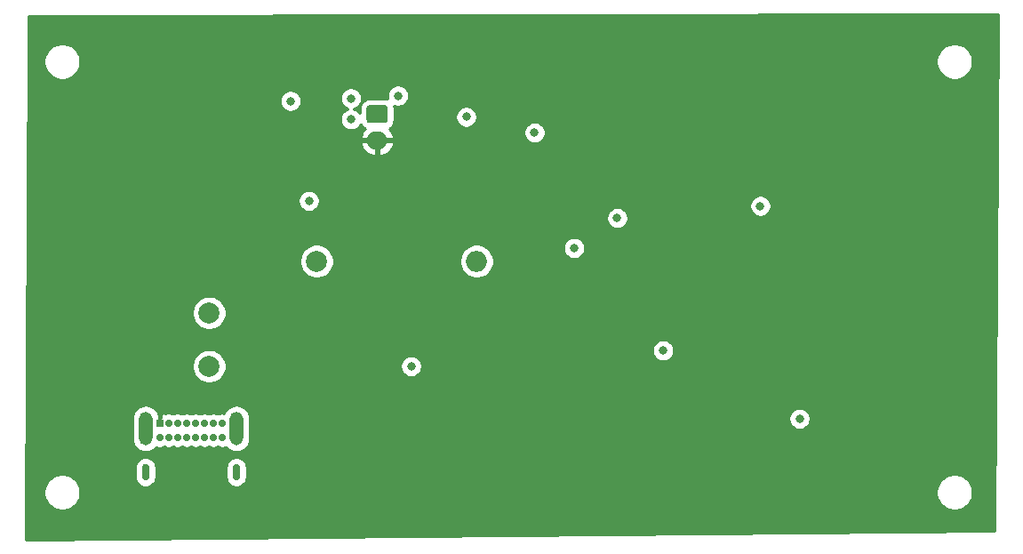
<source format=gbr>
%TF.GenerationSoftware,KiCad,Pcbnew,(5.1.10)-1*%
%TF.CreationDate,2022-10-02T14:19:25-06:00*%
%TF.ProjectId,PowerSupply,506f7765-7253-4757-9070-6c792e6b6963,rev?*%
%TF.SameCoordinates,Original*%
%TF.FileFunction,Copper,L2,Inr*%
%TF.FilePolarity,Positive*%
%FSLAX46Y46*%
G04 Gerber Fmt 4.6, Leading zero omitted, Abs format (unit mm)*
G04 Created by KiCad (PCBNEW (5.1.10)-1) date 2022-10-02 14:19:25*
%MOMM*%
%LPD*%
G01*
G04 APERTURE LIST*
%TA.AperFunction,ComponentPad*%
%ADD10O,2.000000X2.000000*%
%TD*%
%TA.AperFunction,ComponentPad*%
%ADD11C,2.000000*%
%TD*%
%TA.AperFunction,ComponentPad*%
%ADD12O,2.000000X1.700000*%
%TD*%
%TA.AperFunction,ComponentPad*%
%ADD13C,0.700000*%
%TD*%
%TA.AperFunction,ComponentPad*%
%ADD14R,0.700000X0.700000*%
%TD*%
%TA.AperFunction,ViaPad*%
%ADD15C,0.800000*%
%TD*%
%TA.AperFunction,Conductor*%
%ADD16C,0.254000*%
%TD*%
%TA.AperFunction,Conductor*%
%ADD17C,0.100000*%
%TD*%
G04 APERTURE END LIST*
D10*
%TO.N,Net-(D201-Pad2)*%
%TO.C,L201*%
X87560000Y-67100000D03*
D11*
%TO.N,VCC*%
X72320000Y-67100000D03*
%TD*%
D12*
%TO.N,GND*%
%TO.C,J302*%
X78070000Y-55600000D03*
%TO.N,+BATT*%
%TA.AperFunction,ComponentPad*%
G36*
G01*
X77320000Y-52250000D02*
X78820000Y-52250000D01*
G75*
G02*
X79070000Y-52500000I0J-250000D01*
G01*
X79070000Y-53700000D01*
G75*
G02*
X78820000Y-53950000I-250000J0D01*
G01*
X77320000Y-53950000D01*
G75*
G02*
X77070000Y-53700000I0J250000D01*
G01*
X77070000Y-52500000D01*
G75*
G02*
X77320000Y-52250000I250000J0D01*
G01*
G37*
%TD.AperFunction*%
%TD*%
%TO.N,N/C*%
%TO.C,e*%
%TA.AperFunction,ComponentPad*%
G36*
G01*
X64315000Y-87635001D02*
X64315000Y-86735001D01*
G75*
G02*
X64665000Y-86385001I350000J0D01*
G01*
X64665000Y-86385001D01*
G75*
G02*
X65015000Y-86735001I0J-350000D01*
G01*
X65015000Y-87635001D01*
G75*
G02*
X64665000Y-87985001I-350000J0D01*
G01*
X64665000Y-87985001D01*
G75*
G02*
X64315000Y-87635001I0J350000D01*
G01*
G37*
%TD.AperFunction*%
%TA.AperFunction,ComponentPad*%
G36*
G01*
X55675000Y-87635001D02*
X55675000Y-86735001D01*
G75*
G02*
X56025000Y-86385001I350000J0D01*
G01*
X56025000Y-86385001D01*
G75*
G02*
X56375000Y-86735001I0J-350000D01*
G01*
X56375000Y-87635001D01*
G75*
G02*
X56025000Y-87985001I-350000J0D01*
G01*
X56025000Y-87985001D01*
G75*
G02*
X55675000Y-87635001I0J350000D01*
G01*
G37*
%TD.AperFunction*%
D13*
X57370000Y-83885002D03*
X58220000Y-83885002D03*
X59070000Y-83885002D03*
X59920000Y-83885002D03*
X60770000Y-83885002D03*
X61620000Y-83885002D03*
X62470000Y-83885002D03*
X63320000Y-83885002D03*
%TO.N,GND*%
X63320000Y-82535001D03*
%TO.N,Net-(FB301-Pad1)*%
X62470000Y-82535001D03*
%TO.N,N/C*%
X61620000Y-82535001D03*
X60770000Y-82535001D03*
X59920000Y-82535001D03*
X59070000Y-82535001D03*
%TO.N,Net-(FB301-Pad1)*%
X58220000Y-82535001D03*
D14*
%TO.N,GND*%
X57370000Y-82535001D03*
%TO.N,N/C*%
%TA.AperFunction,ComponentPad*%
G36*
G01*
X64015000Y-83985001D02*
X64015000Y-82085001D01*
G75*
G02*
X64665000Y-81435001I650000J0D01*
G01*
X64665000Y-81435001D01*
G75*
G02*
X65315000Y-82085001I0J-650000D01*
G01*
X65315000Y-83985001D01*
G75*
G02*
X64665000Y-84635001I-650000J0D01*
G01*
X64665000Y-84635001D01*
G75*
G02*
X64015000Y-83985001I0J650000D01*
G01*
G37*
%TD.AperFunction*%
%TA.AperFunction,ComponentPad*%
G36*
G01*
X55375000Y-83985001D02*
X55375000Y-82085001D01*
G75*
G02*
X56025000Y-81435001I650000J0D01*
G01*
X56025000Y-81435001D01*
G75*
G02*
X56675000Y-82085001I0J-650000D01*
G01*
X56675000Y-83985001D01*
G75*
G02*
X56025000Y-84635001I-650000J0D01*
G01*
X56025000Y-84635001D01*
G75*
G02*
X55375000Y-83985001I0J650000D01*
G01*
G37*
%TD.AperFunction*%
%TD*%
D11*
%TO.N,Net-(FB301-Pad1)*%
%TO.C,FB301*%
X62070000Y-77100000D03*
%TO.N,VBUS*%
X62070000Y-72020000D03*
%TD*%
D15*
%TO.N,GND*%
X65570000Y-80600000D03*
X86820000Y-56850000D03*
X88320000Y-61100000D03*
X60320000Y-46350000D03*
X57320000Y-48100000D03*
X57820000Y-51100000D03*
X59820000Y-48850000D03*
X58820000Y-54350000D03*
X55570000Y-53600000D03*
X55820000Y-45600000D03*
X55570000Y-50100000D03*
X61070000Y-51350000D03*
X54820000Y-56600000D03*
X57070000Y-61350000D03*
X54320000Y-59850000D03*
X55070000Y-65350000D03*
X57570000Y-69600000D03*
X54320000Y-62850000D03*
X54320000Y-70100000D03*
X55320000Y-67850000D03*
X58570000Y-62600000D03*
X76195000Y-78225000D03*
X105570000Y-70100000D03*
X109570000Y-44850000D03*
X114570000Y-45850000D03*
X115070000Y-49100000D03*
X121570000Y-46850000D03*
X118570000Y-45350000D03*
X118570000Y-48850000D03*
X119820000Y-52350000D03*
X117070000Y-53600000D03*
X111570000Y-52100000D03*
X109570000Y-49850000D03*
X110820000Y-47100000D03*
X112820000Y-49850000D03*
X115070000Y-51850000D03*
X122070000Y-50100000D03*
X117570000Y-50850000D03*
X119320000Y-55600000D03*
X113820000Y-54350000D03*
X112320000Y-44350000D03*
X116820000Y-47100000D03*
X121320000Y-44600000D03*
X107320000Y-87850000D03*
X115570000Y-82350000D03*
X112820000Y-75850000D03*
X97570000Y-76600000D03*
X86320000Y-74600000D03*
X86570000Y-76350000D03*
X88820000Y-74850000D03*
X88320000Y-76850000D03*
X74570000Y-57600000D03*
X72820000Y-59100000D03*
X72820000Y-57350000D03*
X69070000Y-60012500D03*
X77320000Y-58850000D03*
X121570000Y-77350000D03*
X123570000Y-77600000D03*
X122570000Y-70850000D03*
X122570000Y-75100000D03*
X121820000Y-72850000D03*
X122820000Y-66100000D03*
X121820000Y-68600000D03*
X121320000Y-62850000D03*
X122820000Y-59350000D03*
X122820000Y-62350000D03*
X122320000Y-56850000D03*
X122070000Y-53850000D03*
X121570000Y-80100000D03*
X123570000Y-81100000D03*
X122820000Y-89850000D03*
X124070000Y-88100000D03*
X122820000Y-85350000D03*
X123570000Y-83350000D03*
X53320000Y-73350000D03*
X53320000Y-75100000D03*
X53320000Y-77600000D03*
%TO.N,Net-(C202-Pad1)*%
X86570000Y-53350000D03*
X93070000Y-54850000D03*
%TO.N,+BATT*%
X81320000Y-77100000D03*
X80070000Y-51350000D03*
X75570000Y-51600000D03*
X75570000Y-53600000D03*
X69820000Y-51850000D03*
%TO.N,Net-(R206-Pad1)*%
X96820000Y-65850000D03*
X105320000Y-75600000D03*
%TO.N,Net-(R209-Pad2)*%
X100935000Y-62985000D03*
X114570000Y-61850000D03*
%TO.N,CHG_STAT*%
X71570000Y-61350000D03*
X118320000Y-82100000D03*
%TD*%
D16*
%TO.N,GND*%
X136908724Y-92744161D02*
X44595232Y-93596814D01*
X44621792Y-88929117D01*
X46335000Y-88929117D01*
X46335000Y-89270883D01*
X46401675Y-89606081D01*
X46532463Y-89921831D01*
X46722337Y-90205998D01*
X46964002Y-90447663D01*
X47248169Y-90637537D01*
X47563919Y-90768325D01*
X47899117Y-90835000D01*
X48240883Y-90835000D01*
X48576081Y-90768325D01*
X48891831Y-90637537D01*
X49175998Y-90447663D01*
X49417663Y-90205998D01*
X49607537Y-89921831D01*
X49738325Y-89606081D01*
X49805000Y-89270883D01*
X49805000Y-88929117D01*
X131335000Y-88929117D01*
X131335000Y-89270883D01*
X131401675Y-89606081D01*
X131532463Y-89921831D01*
X131722337Y-90205998D01*
X131964002Y-90447663D01*
X132248169Y-90637537D01*
X132563919Y-90768325D01*
X132899117Y-90835000D01*
X133240883Y-90835000D01*
X133576081Y-90768325D01*
X133891831Y-90637537D01*
X134175998Y-90447663D01*
X134417663Y-90205998D01*
X134607537Y-89921831D01*
X134738325Y-89606081D01*
X134805000Y-89270883D01*
X134805000Y-88929117D01*
X134738325Y-88593919D01*
X134607537Y-88278169D01*
X134417663Y-87994002D01*
X134175998Y-87752337D01*
X133891831Y-87562463D01*
X133576081Y-87431675D01*
X133240883Y-87365000D01*
X132899117Y-87365000D01*
X132563919Y-87431675D01*
X132248169Y-87562463D01*
X131964002Y-87752337D01*
X131722337Y-87994002D01*
X131532463Y-88278169D01*
X131401675Y-88593919D01*
X131335000Y-88929117D01*
X49805000Y-88929117D01*
X49738325Y-88593919D01*
X49607537Y-88278169D01*
X49417663Y-87994002D01*
X49175998Y-87752337D01*
X48891831Y-87562463D01*
X48576081Y-87431675D01*
X48240883Y-87365000D01*
X47899117Y-87365000D01*
X47563919Y-87431675D01*
X47248169Y-87562463D01*
X46964002Y-87752337D01*
X46722337Y-87994002D01*
X46532463Y-88278169D01*
X46401675Y-88593919D01*
X46335000Y-88929117D01*
X44621792Y-88929117D01*
X44634277Y-86735001D01*
X55036927Y-86735001D01*
X55036927Y-87635001D01*
X55055913Y-87827764D01*
X55112140Y-88013120D01*
X55203447Y-88183944D01*
X55326327Y-88333673D01*
X55476056Y-88456553D01*
X55646880Y-88547860D01*
X55832236Y-88604087D01*
X56024999Y-88623073D01*
X56025001Y-88623073D01*
X56217764Y-88604087D01*
X56403120Y-88547860D01*
X56573944Y-88456553D01*
X56723673Y-88333673D01*
X56846553Y-88183944D01*
X56937860Y-88013120D01*
X56994087Y-87827764D01*
X57013073Y-87635001D01*
X57013073Y-86735001D01*
X63676927Y-86735001D01*
X63676927Y-87635001D01*
X63695913Y-87827764D01*
X63752140Y-88013120D01*
X63843447Y-88183944D01*
X63966327Y-88333673D01*
X64116056Y-88456553D01*
X64286880Y-88547860D01*
X64472236Y-88604087D01*
X64664999Y-88623073D01*
X64665001Y-88623073D01*
X64857764Y-88604087D01*
X65043120Y-88547860D01*
X65213944Y-88456553D01*
X65363673Y-88333673D01*
X65486553Y-88183944D01*
X65577860Y-88013120D01*
X65634087Y-87827764D01*
X65653073Y-87635001D01*
X65653073Y-86735001D01*
X65634087Y-86542238D01*
X65577860Y-86356882D01*
X65486553Y-86186058D01*
X65363673Y-86036329D01*
X65213944Y-85913449D01*
X65043120Y-85822142D01*
X64857764Y-85765915D01*
X64665001Y-85746929D01*
X64664999Y-85746929D01*
X64472236Y-85765915D01*
X64286880Y-85822142D01*
X64116056Y-85913449D01*
X63966327Y-86036329D01*
X63843447Y-86186058D01*
X63752140Y-86356882D01*
X63695913Y-86542238D01*
X63676927Y-86735001D01*
X57013073Y-86735001D01*
X56994087Y-86542238D01*
X56937860Y-86356882D01*
X56846553Y-86186058D01*
X56723673Y-86036329D01*
X56573944Y-85913449D01*
X56403120Y-85822142D01*
X56217764Y-85765915D01*
X56025001Y-85746929D01*
X56024999Y-85746929D01*
X55832236Y-85765915D01*
X55646880Y-85822142D01*
X55476056Y-85913449D01*
X55326327Y-86036329D01*
X55203447Y-86186058D01*
X55112140Y-86356882D01*
X55055913Y-86542238D01*
X55036927Y-86735001D01*
X44634277Y-86735001D01*
X44660737Y-82085001D01*
X54736927Y-82085001D01*
X54736927Y-83985001D01*
X54761677Y-84236291D01*
X54834976Y-84477925D01*
X54954006Y-84700615D01*
X55114195Y-84895805D01*
X55309385Y-85055994D01*
X55532075Y-85175024D01*
X55773709Y-85248323D01*
X56024999Y-85273073D01*
X56025001Y-85273073D01*
X56276291Y-85248323D01*
X56517925Y-85175024D01*
X56740615Y-85055994D01*
X56935805Y-84895805D01*
X57012056Y-84802893D01*
X57082686Y-84832149D01*
X57272986Y-84870002D01*
X57467014Y-84870002D01*
X57657314Y-84832149D01*
X57795000Y-84775118D01*
X57932686Y-84832149D01*
X58122986Y-84870002D01*
X58317014Y-84870002D01*
X58507314Y-84832149D01*
X58645000Y-84775118D01*
X58782686Y-84832149D01*
X58972986Y-84870002D01*
X59167014Y-84870002D01*
X59357314Y-84832149D01*
X59495000Y-84775118D01*
X59632686Y-84832149D01*
X59822986Y-84870002D01*
X60017014Y-84870002D01*
X60207314Y-84832149D01*
X60345000Y-84775118D01*
X60482686Y-84832149D01*
X60672986Y-84870002D01*
X60867014Y-84870002D01*
X61057314Y-84832149D01*
X61195000Y-84775118D01*
X61332686Y-84832149D01*
X61522986Y-84870002D01*
X61717014Y-84870002D01*
X61907314Y-84832149D01*
X62045000Y-84775118D01*
X62182686Y-84832149D01*
X62372986Y-84870002D01*
X62567014Y-84870002D01*
X62757314Y-84832149D01*
X62895000Y-84775118D01*
X63032686Y-84832149D01*
X63222986Y-84870002D01*
X63417014Y-84870002D01*
X63607314Y-84832149D01*
X63677944Y-84802893D01*
X63754195Y-84895805D01*
X63949385Y-85055994D01*
X64172075Y-85175024D01*
X64413709Y-85248323D01*
X64664999Y-85273073D01*
X64665001Y-85273073D01*
X64916291Y-85248323D01*
X65157925Y-85175024D01*
X65380615Y-85055994D01*
X65575805Y-84895805D01*
X65735994Y-84700615D01*
X65855024Y-84477925D01*
X65928323Y-84236291D01*
X65953073Y-83985001D01*
X65953073Y-82085001D01*
X65944511Y-81998061D01*
X117285000Y-81998061D01*
X117285000Y-82201939D01*
X117324774Y-82401898D01*
X117402795Y-82590256D01*
X117516063Y-82759774D01*
X117660226Y-82903937D01*
X117829744Y-83017205D01*
X118018102Y-83095226D01*
X118218061Y-83135000D01*
X118421939Y-83135000D01*
X118621898Y-83095226D01*
X118810256Y-83017205D01*
X118979774Y-82903937D01*
X119123937Y-82759774D01*
X119237205Y-82590256D01*
X119315226Y-82401898D01*
X119355000Y-82201939D01*
X119355000Y-81998061D01*
X119315226Y-81798102D01*
X119237205Y-81609744D01*
X119123937Y-81440226D01*
X118979774Y-81296063D01*
X118810256Y-81182795D01*
X118621898Y-81104774D01*
X118421939Y-81065000D01*
X118218061Y-81065000D01*
X118018102Y-81104774D01*
X117829744Y-81182795D01*
X117660226Y-81296063D01*
X117516063Y-81440226D01*
X117402795Y-81609744D01*
X117324774Y-81798102D01*
X117285000Y-81998061D01*
X65944511Y-81998061D01*
X65928323Y-81833711D01*
X65855024Y-81592077D01*
X65735994Y-81369387D01*
X65575805Y-81174197D01*
X65380615Y-81014008D01*
X65157925Y-80894978D01*
X64916291Y-80821679D01*
X64665001Y-80796929D01*
X64664999Y-80796929D01*
X64413709Y-80821679D01*
X64172075Y-80894978D01*
X63949385Y-81014008D01*
X63754195Y-81174197D01*
X63594006Y-81369387D01*
X63489852Y-81564247D01*
X63425656Y-81550891D01*
X63231636Y-81549188D01*
X63041011Y-81585369D01*
X62894349Y-81644616D01*
X62757314Y-81587854D01*
X62567014Y-81550001D01*
X62372986Y-81550001D01*
X62182686Y-81587854D01*
X62045000Y-81644885D01*
X61907314Y-81587854D01*
X61717014Y-81550001D01*
X61522986Y-81550001D01*
X61332686Y-81587854D01*
X61195000Y-81644885D01*
X61057314Y-81587854D01*
X60867014Y-81550001D01*
X60672986Y-81550001D01*
X60482686Y-81587854D01*
X60345000Y-81644885D01*
X60207314Y-81587854D01*
X60017014Y-81550001D01*
X59822986Y-81550001D01*
X59632686Y-81587854D01*
X59495000Y-81644885D01*
X59357314Y-81587854D01*
X59167014Y-81550001D01*
X58972986Y-81550001D01*
X58782686Y-81587854D01*
X58645000Y-81644885D01*
X58507314Y-81587854D01*
X58317014Y-81550001D01*
X58122986Y-81550001D01*
X57936486Y-81587098D01*
X57844482Y-81559189D01*
X57720000Y-81546929D01*
X57655750Y-81550001D01*
X57497000Y-81708751D01*
X57497000Y-81865001D01*
X57454901Y-81907100D01*
X57347104Y-82068429D01*
X57313073Y-82150587D01*
X57313073Y-82085001D01*
X57288323Y-81833711D01*
X57215024Y-81592077D01*
X57095994Y-81369387D01*
X56935805Y-81174197D01*
X56740615Y-81014008D01*
X56517925Y-80894978D01*
X56276291Y-80821679D01*
X56025001Y-80796929D01*
X56024999Y-80796929D01*
X55773709Y-80821679D01*
X55532075Y-80894978D01*
X55309385Y-81014008D01*
X55114195Y-81174197D01*
X54954006Y-81369387D01*
X54834976Y-81592077D01*
X54761677Y-81833711D01*
X54736927Y-82085001D01*
X44660737Y-82085001D01*
X44690019Y-76938967D01*
X60435000Y-76938967D01*
X60435000Y-77261033D01*
X60497832Y-77576912D01*
X60621082Y-77874463D01*
X60800013Y-78142252D01*
X61027748Y-78369987D01*
X61295537Y-78548918D01*
X61593088Y-78672168D01*
X61908967Y-78735000D01*
X62231033Y-78735000D01*
X62546912Y-78672168D01*
X62844463Y-78548918D01*
X63112252Y-78369987D01*
X63339987Y-78142252D01*
X63518918Y-77874463D01*
X63642168Y-77576912D01*
X63705000Y-77261033D01*
X63705000Y-76998061D01*
X80285000Y-76998061D01*
X80285000Y-77201939D01*
X80324774Y-77401898D01*
X80402795Y-77590256D01*
X80516063Y-77759774D01*
X80660226Y-77903937D01*
X80829744Y-78017205D01*
X81018102Y-78095226D01*
X81218061Y-78135000D01*
X81421939Y-78135000D01*
X81621898Y-78095226D01*
X81810256Y-78017205D01*
X81979774Y-77903937D01*
X82123937Y-77759774D01*
X82237205Y-77590256D01*
X82315226Y-77401898D01*
X82355000Y-77201939D01*
X82355000Y-76998061D01*
X82315226Y-76798102D01*
X82237205Y-76609744D01*
X82123937Y-76440226D01*
X81979774Y-76296063D01*
X81810256Y-76182795D01*
X81621898Y-76104774D01*
X81421939Y-76065000D01*
X81218061Y-76065000D01*
X81018102Y-76104774D01*
X80829744Y-76182795D01*
X80660226Y-76296063D01*
X80516063Y-76440226D01*
X80402795Y-76609744D01*
X80324774Y-76798102D01*
X80285000Y-76998061D01*
X63705000Y-76998061D01*
X63705000Y-76938967D01*
X63642168Y-76623088D01*
X63518918Y-76325537D01*
X63339987Y-76057748D01*
X63112252Y-75830013D01*
X62844463Y-75651082D01*
X62546912Y-75527832D01*
X62397243Y-75498061D01*
X104285000Y-75498061D01*
X104285000Y-75701939D01*
X104324774Y-75901898D01*
X104402795Y-76090256D01*
X104516063Y-76259774D01*
X104660226Y-76403937D01*
X104829744Y-76517205D01*
X105018102Y-76595226D01*
X105218061Y-76635000D01*
X105421939Y-76635000D01*
X105621898Y-76595226D01*
X105810256Y-76517205D01*
X105979774Y-76403937D01*
X106123937Y-76259774D01*
X106237205Y-76090256D01*
X106315226Y-75901898D01*
X106355000Y-75701939D01*
X106355000Y-75498061D01*
X106315226Y-75298102D01*
X106237205Y-75109744D01*
X106123937Y-74940226D01*
X105979774Y-74796063D01*
X105810256Y-74682795D01*
X105621898Y-74604774D01*
X105421939Y-74565000D01*
X105218061Y-74565000D01*
X105018102Y-74604774D01*
X104829744Y-74682795D01*
X104660226Y-74796063D01*
X104516063Y-74940226D01*
X104402795Y-75109744D01*
X104324774Y-75298102D01*
X104285000Y-75498061D01*
X62397243Y-75498061D01*
X62231033Y-75465000D01*
X61908967Y-75465000D01*
X61593088Y-75527832D01*
X61295537Y-75651082D01*
X61027748Y-75830013D01*
X60800013Y-76057748D01*
X60621082Y-76325537D01*
X60497832Y-76623088D01*
X60435000Y-76938967D01*
X44690019Y-76938967D01*
X44718926Y-71858967D01*
X60435000Y-71858967D01*
X60435000Y-72181033D01*
X60497832Y-72496912D01*
X60621082Y-72794463D01*
X60800013Y-73062252D01*
X61027748Y-73289987D01*
X61295537Y-73468918D01*
X61593088Y-73592168D01*
X61908967Y-73655000D01*
X62231033Y-73655000D01*
X62546912Y-73592168D01*
X62844463Y-73468918D01*
X63112252Y-73289987D01*
X63339987Y-73062252D01*
X63518918Y-72794463D01*
X63642168Y-72496912D01*
X63705000Y-72181033D01*
X63705000Y-71858967D01*
X63642168Y-71543088D01*
X63518918Y-71245537D01*
X63339987Y-70977748D01*
X63112252Y-70750013D01*
X62844463Y-70571082D01*
X62546912Y-70447832D01*
X62231033Y-70385000D01*
X61908967Y-70385000D01*
X61593088Y-70447832D01*
X61295537Y-70571082D01*
X61027748Y-70750013D01*
X60800013Y-70977748D01*
X60621082Y-71245537D01*
X60497832Y-71543088D01*
X60435000Y-71858967D01*
X44718926Y-71858967D01*
X44746922Y-66938967D01*
X70685000Y-66938967D01*
X70685000Y-67261033D01*
X70747832Y-67576912D01*
X70871082Y-67874463D01*
X71050013Y-68142252D01*
X71277748Y-68369987D01*
X71545537Y-68548918D01*
X71843088Y-68672168D01*
X72158967Y-68735000D01*
X72481033Y-68735000D01*
X72796912Y-68672168D01*
X73094463Y-68548918D01*
X73362252Y-68369987D01*
X73589987Y-68142252D01*
X73768918Y-67874463D01*
X73892168Y-67576912D01*
X73955000Y-67261033D01*
X73955000Y-66938967D01*
X85925000Y-66938967D01*
X85925000Y-67261033D01*
X85987832Y-67576912D01*
X86111082Y-67874463D01*
X86290013Y-68142252D01*
X86517748Y-68369987D01*
X86785537Y-68548918D01*
X87083088Y-68672168D01*
X87398967Y-68735000D01*
X87721033Y-68735000D01*
X88036912Y-68672168D01*
X88334463Y-68548918D01*
X88602252Y-68369987D01*
X88829987Y-68142252D01*
X89008918Y-67874463D01*
X89132168Y-67576912D01*
X89195000Y-67261033D01*
X89195000Y-66938967D01*
X89132168Y-66623088D01*
X89008918Y-66325537D01*
X88829987Y-66057748D01*
X88602252Y-65830013D01*
X88479603Y-65748061D01*
X95785000Y-65748061D01*
X95785000Y-65951939D01*
X95824774Y-66151898D01*
X95902795Y-66340256D01*
X96016063Y-66509774D01*
X96160226Y-66653937D01*
X96329744Y-66767205D01*
X96518102Y-66845226D01*
X96718061Y-66885000D01*
X96921939Y-66885000D01*
X97121898Y-66845226D01*
X97310256Y-66767205D01*
X97479774Y-66653937D01*
X97623937Y-66509774D01*
X97737205Y-66340256D01*
X97815226Y-66151898D01*
X97855000Y-65951939D01*
X97855000Y-65748061D01*
X97815226Y-65548102D01*
X97737205Y-65359744D01*
X97623937Y-65190226D01*
X97479774Y-65046063D01*
X97310256Y-64932795D01*
X97121898Y-64854774D01*
X96921939Y-64815000D01*
X96718061Y-64815000D01*
X96518102Y-64854774D01*
X96329744Y-64932795D01*
X96160226Y-65046063D01*
X96016063Y-65190226D01*
X95902795Y-65359744D01*
X95824774Y-65548102D01*
X95785000Y-65748061D01*
X88479603Y-65748061D01*
X88334463Y-65651082D01*
X88036912Y-65527832D01*
X87721033Y-65465000D01*
X87398967Y-65465000D01*
X87083088Y-65527832D01*
X86785537Y-65651082D01*
X86517748Y-65830013D01*
X86290013Y-66057748D01*
X86111082Y-66325537D01*
X85987832Y-66623088D01*
X85925000Y-66938967D01*
X73955000Y-66938967D01*
X73892168Y-66623088D01*
X73768918Y-66325537D01*
X73589987Y-66057748D01*
X73362252Y-65830013D01*
X73094463Y-65651082D01*
X72796912Y-65527832D01*
X72481033Y-65465000D01*
X72158967Y-65465000D01*
X71843088Y-65527832D01*
X71545537Y-65651082D01*
X71277748Y-65830013D01*
X71050013Y-66057748D01*
X70871082Y-66325537D01*
X70747832Y-66623088D01*
X70685000Y-66938967D01*
X44746922Y-66938967D01*
X44770001Y-62883061D01*
X99900000Y-62883061D01*
X99900000Y-63086939D01*
X99939774Y-63286898D01*
X100017795Y-63475256D01*
X100131063Y-63644774D01*
X100275226Y-63788937D01*
X100444744Y-63902205D01*
X100633102Y-63980226D01*
X100833061Y-64020000D01*
X101036939Y-64020000D01*
X101236898Y-63980226D01*
X101425256Y-63902205D01*
X101594774Y-63788937D01*
X101738937Y-63644774D01*
X101852205Y-63475256D01*
X101930226Y-63286898D01*
X101970000Y-63086939D01*
X101970000Y-62883061D01*
X101930226Y-62683102D01*
X101852205Y-62494744D01*
X101738937Y-62325226D01*
X101594774Y-62181063D01*
X101425256Y-62067795D01*
X101236898Y-61989774D01*
X101036939Y-61950000D01*
X100833061Y-61950000D01*
X100633102Y-61989774D01*
X100444744Y-62067795D01*
X100275226Y-62181063D01*
X100131063Y-62325226D01*
X100017795Y-62494744D01*
X99939774Y-62683102D01*
X99900000Y-62883061D01*
X44770001Y-62883061D01*
X44779305Y-61248061D01*
X70535000Y-61248061D01*
X70535000Y-61451939D01*
X70574774Y-61651898D01*
X70652795Y-61840256D01*
X70766063Y-62009774D01*
X70910226Y-62153937D01*
X71079744Y-62267205D01*
X71268102Y-62345226D01*
X71468061Y-62385000D01*
X71671939Y-62385000D01*
X71871898Y-62345226D01*
X72060256Y-62267205D01*
X72229774Y-62153937D01*
X72373937Y-62009774D01*
X72487205Y-61840256D01*
X72525393Y-61748061D01*
X113535000Y-61748061D01*
X113535000Y-61951939D01*
X113574774Y-62151898D01*
X113652795Y-62340256D01*
X113766063Y-62509774D01*
X113910226Y-62653937D01*
X114079744Y-62767205D01*
X114268102Y-62845226D01*
X114468061Y-62885000D01*
X114671939Y-62885000D01*
X114871898Y-62845226D01*
X115060256Y-62767205D01*
X115229774Y-62653937D01*
X115373937Y-62509774D01*
X115487205Y-62340256D01*
X115565226Y-62151898D01*
X115605000Y-61951939D01*
X115605000Y-61748061D01*
X115565226Y-61548102D01*
X115487205Y-61359744D01*
X115373937Y-61190226D01*
X115229774Y-61046063D01*
X115060256Y-60932795D01*
X114871898Y-60854774D01*
X114671939Y-60815000D01*
X114468061Y-60815000D01*
X114268102Y-60854774D01*
X114079744Y-60932795D01*
X113910226Y-61046063D01*
X113766063Y-61190226D01*
X113652795Y-61359744D01*
X113574774Y-61548102D01*
X113535000Y-61748061D01*
X72525393Y-61748061D01*
X72565226Y-61651898D01*
X72605000Y-61451939D01*
X72605000Y-61248061D01*
X72565226Y-61048102D01*
X72487205Y-60859744D01*
X72373937Y-60690226D01*
X72229774Y-60546063D01*
X72060256Y-60432795D01*
X71871898Y-60354774D01*
X71671939Y-60315000D01*
X71468061Y-60315000D01*
X71268102Y-60354774D01*
X71079744Y-60432795D01*
X70910226Y-60546063D01*
X70766063Y-60690226D01*
X70652795Y-60859744D01*
X70574774Y-61048102D01*
X70535000Y-61248061D01*
X44779305Y-61248061D01*
X44809413Y-55956890D01*
X76478524Y-55956890D01*
X76480446Y-55969261D01*
X76580146Y-56243009D01*
X76731336Y-56492046D01*
X76928205Y-56706802D01*
X77163188Y-56879025D01*
X77427255Y-57002096D01*
X77710258Y-57071285D01*
X77943000Y-56927232D01*
X77943000Y-55727000D01*
X78197000Y-55727000D01*
X78197000Y-56927232D01*
X78429742Y-57071285D01*
X78712745Y-57002096D01*
X78976812Y-56879025D01*
X79211795Y-56706802D01*
X79408664Y-56492046D01*
X79559854Y-56243009D01*
X79659554Y-55969261D01*
X79661476Y-55956890D01*
X79540155Y-55727000D01*
X78197000Y-55727000D01*
X77943000Y-55727000D01*
X76599845Y-55727000D01*
X76478524Y-55956890D01*
X44809413Y-55956890D01*
X44833364Y-51748061D01*
X68785000Y-51748061D01*
X68785000Y-51951939D01*
X68824774Y-52151898D01*
X68902795Y-52340256D01*
X69016063Y-52509774D01*
X69160226Y-52653937D01*
X69329744Y-52767205D01*
X69518102Y-52845226D01*
X69718061Y-52885000D01*
X69921939Y-52885000D01*
X70121898Y-52845226D01*
X70310256Y-52767205D01*
X70479774Y-52653937D01*
X70623937Y-52509774D01*
X70737205Y-52340256D01*
X70815226Y-52151898D01*
X70855000Y-51951939D01*
X70855000Y-51748061D01*
X70815226Y-51548102D01*
X70794499Y-51498061D01*
X74535000Y-51498061D01*
X74535000Y-51701939D01*
X74574774Y-51901898D01*
X74652795Y-52090256D01*
X74766063Y-52259774D01*
X74910226Y-52403937D01*
X75079744Y-52517205D01*
X75268102Y-52595226D01*
X75292103Y-52600000D01*
X75268102Y-52604774D01*
X75079744Y-52682795D01*
X74910226Y-52796063D01*
X74766063Y-52940226D01*
X74652795Y-53109744D01*
X74574774Y-53298102D01*
X74535000Y-53498061D01*
X74535000Y-53701939D01*
X74574774Y-53901898D01*
X74652795Y-54090256D01*
X74766063Y-54259774D01*
X74910226Y-54403937D01*
X75079744Y-54517205D01*
X75268102Y-54595226D01*
X75468061Y-54635000D01*
X75671939Y-54635000D01*
X75871898Y-54595226D01*
X76060256Y-54517205D01*
X76229774Y-54403937D01*
X76373937Y-54259774D01*
X76487205Y-54090256D01*
X76504348Y-54048868D01*
X76581595Y-54193386D01*
X76692038Y-54327962D01*
X76826614Y-54438405D01*
X76928593Y-54492914D01*
X76928205Y-54493198D01*
X76731336Y-54707954D01*
X76580146Y-54956991D01*
X76480446Y-55230739D01*
X76478524Y-55243110D01*
X76599845Y-55473000D01*
X77943000Y-55473000D01*
X77943000Y-55453000D01*
X78197000Y-55453000D01*
X78197000Y-55473000D01*
X79540155Y-55473000D01*
X79661476Y-55243110D01*
X79659554Y-55230739D01*
X79559854Y-54956991D01*
X79433013Y-54748061D01*
X92035000Y-54748061D01*
X92035000Y-54951939D01*
X92074774Y-55151898D01*
X92152795Y-55340256D01*
X92266063Y-55509774D01*
X92410226Y-55653937D01*
X92579744Y-55767205D01*
X92768102Y-55845226D01*
X92968061Y-55885000D01*
X93171939Y-55885000D01*
X93371898Y-55845226D01*
X93560256Y-55767205D01*
X93729774Y-55653937D01*
X93873937Y-55509774D01*
X93987205Y-55340256D01*
X94065226Y-55151898D01*
X94105000Y-54951939D01*
X94105000Y-54748061D01*
X94065226Y-54548102D01*
X93987205Y-54359744D01*
X93873937Y-54190226D01*
X93729774Y-54046063D01*
X93560256Y-53932795D01*
X93371898Y-53854774D01*
X93171939Y-53815000D01*
X92968061Y-53815000D01*
X92768102Y-53854774D01*
X92579744Y-53932795D01*
X92410226Y-54046063D01*
X92266063Y-54190226D01*
X92152795Y-54359744D01*
X92074774Y-54548102D01*
X92035000Y-54748061D01*
X79433013Y-54748061D01*
X79408664Y-54707954D01*
X79211795Y-54493198D01*
X79211407Y-54492914D01*
X79313386Y-54438405D01*
X79447962Y-54327962D01*
X79558405Y-54193386D01*
X79640472Y-54039850D01*
X79691008Y-53873254D01*
X79708072Y-53700000D01*
X79708072Y-53248061D01*
X85535000Y-53248061D01*
X85535000Y-53451939D01*
X85574774Y-53651898D01*
X85652795Y-53840256D01*
X85766063Y-54009774D01*
X85910226Y-54153937D01*
X86079744Y-54267205D01*
X86268102Y-54345226D01*
X86468061Y-54385000D01*
X86671939Y-54385000D01*
X86871898Y-54345226D01*
X87060256Y-54267205D01*
X87229774Y-54153937D01*
X87373937Y-54009774D01*
X87487205Y-53840256D01*
X87565226Y-53651898D01*
X87605000Y-53451939D01*
X87605000Y-53248061D01*
X87565226Y-53048102D01*
X87487205Y-52859744D01*
X87373937Y-52690226D01*
X87229774Y-52546063D01*
X87060256Y-52432795D01*
X86871898Y-52354774D01*
X86671939Y-52315000D01*
X86468061Y-52315000D01*
X86268102Y-52354774D01*
X86079744Y-52432795D01*
X85910226Y-52546063D01*
X85766063Y-52690226D01*
X85652795Y-52859744D01*
X85574774Y-53048102D01*
X85535000Y-53248061D01*
X79708072Y-53248061D01*
X79708072Y-52500000D01*
X79691008Y-52326746D01*
X79686340Y-52311359D01*
X79768102Y-52345226D01*
X79968061Y-52385000D01*
X80171939Y-52385000D01*
X80371898Y-52345226D01*
X80560256Y-52267205D01*
X80729774Y-52153937D01*
X80873937Y-52009774D01*
X80987205Y-51840256D01*
X81065226Y-51651898D01*
X81105000Y-51451939D01*
X81105000Y-51248061D01*
X81065226Y-51048102D01*
X80987205Y-50859744D01*
X80873937Y-50690226D01*
X80729774Y-50546063D01*
X80560256Y-50432795D01*
X80371898Y-50354774D01*
X80171939Y-50315000D01*
X79968061Y-50315000D01*
X79768102Y-50354774D01*
X79579744Y-50432795D01*
X79410226Y-50546063D01*
X79266063Y-50690226D01*
X79152795Y-50859744D01*
X79074774Y-51048102D01*
X79035000Y-51248061D01*
X79035000Y-51451939D01*
X79074774Y-51651898D01*
X79075637Y-51653983D01*
X78993254Y-51628992D01*
X78820000Y-51611928D01*
X77320000Y-51611928D01*
X77146746Y-51628992D01*
X76980150Y-51679528D01*
X76826614Y-51761595D01*
X76692038Y-51872038D01*
X76581595Y-52006614D01*
X76499528Y-52160150D01*
X76448992Y-52326746D01*
X76431928Y-52500000D01*
X76431928Y-53027016D01*
X76373937Y-52940226D01*
X76229774Y-52796063D01*
X76060256Y-52682795D01*
X75871898Y-52604774D01*
X75847897Y-52600000D01*
X75871898Y-52595226D01*
X76060256Y-52517205D01*
X76229774Y-52403937D01*
X76373937Y-52259774D01*
X76487205Y-52090256D01*
X76565226Y-51901898D01*
X76605000Y-51701939D01*
X76605000Y-51498061D01*
X76565226Y-51298102D01*
X76487205Y-51109744D01*
X76373937Y-50940226D01*
X76229774Y-50796063D01*
X76060256Y-50682795D01*
X75871898Y-50604774D01*
X75671939Y-50565000D01*
X75468061Y-50565000D01*
X75268102Y-50604774D01*
X75079744Y-50682795D01*
X74910226Y-50796063D01*
X74766063Y-50940226D01*
X74652795Y-51109744D01*
X74574774Y-51298102D01*
X74535000Y-51498061D01*
X70794499Y-51498061D01*
X70737205Y-51359744D01*
X70623937Y-51190226D01*
X70479774Y-51046063D01*
X70310256Y-50932795D01*
X70121898Y-50854774D01*
X69921939Y-50815000D01*
X69718061Y-50815000D01*
X69518102Y-50854774D01*
X69329744Y-50932795D01*
X69160226Y-51046063D01*
X69016063Y-51190226D01*
X68902795Y-51359744D01*
X68824774Y-51548102D01*
X68785000Y-51748061D01*
X44833364Y-51748061D01*
X44855096Y-47929117D01*
X46335000Y-47929117D01*
X46335000Y-48270883D01*
X46401675Y-48606081D01*
X46532463Y-48921831D01*
X46722337Y-49205998D01*
X46964002Y-49447663D01*
X47248169Y-49637537D01*
X47563919Y-49768325D01*
X47899117Y-49835000D01*
X48240883Y-49835000D01*
X48576081Y-49768325D01*
X48891831Y-49637537D01*
X49175998Y-49447663D01*
X49417663Y-49205998D01*
X49607537Y-48921831D01*
X49738325Y-48606081D01*
X49805000Y-48270883D01*
X49805000Y-47929117D01*
X131335000Y-47929117D01*
X131335000Y-48270883D01*
X131401675Y-48606081D01*
X131532463Y-48921831D01*
X131722337Y-49205998D01*
X131964002Y-49447663D01*
X132248169Y-49637537D01*
X132563919Y-49768325D01*
X132899117Y-49835000D01*
X133240883Y-49835000D01*
X133576081Y-49768325D01*
X133891831Y-49637537D01*
X134175998Y-49447663D01*
X134417663Y-49205998D01*
X134607537Y-48921831D01*
X134738325Y-48606081D01*
X134805000Y-48270883D01*
X134805000Y-47929117D01*
X134738325Y-47593919D01*
X134607537Y-47278169D01*
X134417663Y-46994002D01*
X134175998Y-46752337D01*
X133891831Y-46562463D01*
X133576081Y-46431675D01*
X133240883Y-46365000D01*
X132899117Y-46365000D01*
X132563919Y-46431675D01*
X132248169Y-46562463D01*
X131964002Y-46752337D01*
X131722337Y-46994002D01*
X131532463Y-47278169D01*
X131401675Y-47593919D01*
X131335000Y-47929117D01*
X49805000Y-47929117D01*
X49738325Y-47593919D01*
X49607537Y-47278169D01*
X49417663Y-46994002D01*
X49175998Y-46752337D01*
X48891831Y-46562463D01*
X48576081Y-46431675D01*
X48240883Y-46365000D01*
X47899117Y-46365000D01*
X47563919Y-46431675D01*
X47248169Y-46562463D01*
X46964002Y-46752337D01*
X46722337Y-46994002D01*
X46532463Y-47278169D01*
X46401675Y-47593919D01*
X46335000Y-47929117D01*
X44855096Y-47929117D01*
X44878781Y-43766809D01*
X137192264Y-43627193D01*
X136908724Y-92744161D01*
%TA.AperFunction,Conductor*%
D17*
G36*
X136908724Y-92744161D02*
G01*
X44595232Y-93596814D01*
X44621792Y-88929117D01*
X46335000Y-88929117D01*
X46335000Y-89270883D01*
X46401675Y-89606081D01*
X46532463Y-89921831D01*
X46722337Y-90205998D01*
X46964002Y-90447663D01*
X47248169Y-90637537D01*
X47563919Y-90768325D01*
X47899117Y-90835000D01*
X48240883Y-90835000D01*
X48576081Y-90768325D01*
X48891831Y-90637537D01*
X49175998Y-90447663D01*
X49417663Y-90205998D01*
X49607537Y-89921831D01*
X49738325Y-89606081D01*
X49805000Y-89270883D01*
X49805000Y-88929117D01*
X131335000Y-88929117D01*
X131335000Y-89270883D01*
X131401675Y-89606081D01*
X131532463Y-89921831D01*
X131722337Y-90205998D01*
X131964002Y-90447663D01*
X132248169Y-90637537D01*
X132563919Y-90768325D01*
X132899117Y-90835000D01*
X133240883Y-90835000D01*
X133576081Y-90768325D01*
X133891831Y-90637537D01*
X134175998Y-90447663D01*
X134417663Y-90205998D01*
X134607537Y-89921831D01*
X134738325Y-89606081D01*
X134805000Y-89270883D01*
X134805000Y-88929117D01*
X134738325Y-88593919D01*
X134607537Y-88278169D01*
X134417663Y-87994002D01*
X134175998Y-87752337D01*
X133891831Y-87562463D01*
X133576081Y-87431675D01*
X133240883Y-87365000D01*
X132899117Y-87365000D01*
X132563919Y-87431675D01*
X132248169Y-87562463D01*
X131964002Y-87752337D01*
X131722337Y-87994002D01*
X131532463Y-88278169D01*
X131401675Y-88593919D01*
X131335000Y-88929117D01*
X49805000Y-88929117D01*
X49738325Y-88593919D01*
X49607537Y-88278169D01*
X49417663Y-87994002D01*
X49175998Y-87752337D01*
X48891831Y-87562463D01*
X48576081Y-87431675D01*
X48240883Y-87365000D01*
X47899117Y-87365000D01*
X47563919Y-87431675D01*
X47248169Y-87562463D01*
X46964002Y-87752337D01*
X46722337Y-87994002D01*
X46532463Y-88278169D01*
X46401675Y-88593919D01*
X46335000Y-88929117D01*
X44621792Y-88929117D01*
X44634277Y-86735001D01*
X55036927Y-86735001D01*
X55036927Y-87635001D01*
X55055913Y-87827764D01*
X55112140Y-88013120D01*
X55203447Y-88183944D01*
X55326327Y-88333673D01*
X55476056Y-88456553D01*
X55646880Y-88547860D01*
X55832236Y-88604087D01*
X56024999Y-88623073D01*
X56025001Y-88623073D01*
X56217764Y-88604087D01*
X56403120Y-88547860D01*
X56573944Y-88456553D01*
X56723673Y-88333673D01*
X56846553Y-88183944D01*
X56937860Y-88013120D01*
X56994087Y-87827764D01*
X57013073Y-87635001D01*
X57013073Y-86735001D01*
X63676927Y-86735001D01*
X63676927Y-87635001D01*
X63695913Y-87827764D01*
X63752140Y-88013120D01*
X63843447Y-88183944D01*
X63966327Y-88333673D01*
X64116056Y-88456553D01*
X64286880Y-88547860D01*
X64472236Y-88604087D01*
X64664999Y-88623073D01*
X64665001Y-88623073D01*
X64857764Y-88604087D01*
X65043120Y-88547860D01*
X65213944Y-88456553D01*
X65363673Y-88333673D01*
X65486553Y-88183944D01*
X65577860Y-88013120D01*
X65634087Y-87827764D01*
X65653073Y-87635001D01*
X65653073Y-86735001D01*
X65634087Y-86542238D01*
X65577860Y-86356882D01*
X65486553Y-86186058D01*
X65363673Y-86036329D01*
X65213944Y-85913449D01*
X65043120Y-85822142D01*
X64857764Y-85765915D01*
X64665001Y-85746929D01*
X64664999Y-85746929D01*
X64472236Y-85765915D01*
X64286880Y-85822142D01*
X64116056Y-85913449D01*
X63966327Y-86036329D01*
X63843447Y-86186058D01*
X63752140Y-86356882D01*
X63695913Y-86542238D01*
X63676927Y-86735001D01*
X57013073Y-86735001D01*
X56994087Y-86542238D01*
X56937860Y-86356882D01*
X56846553Y-86186058D01*
X56723673Y-86036329D01*
X56573944Y-85913449D01*
X56403120Y-85822142D01*
X56217764Y-85765915D01*
X56025001Y-85746929D01*
X56024999Y-85746929D01*
X55832236Y-85765915D01*
X55646880Y-85822142D01*
X55476056Y-85913449D01*
X55326327Y-86036329D01*
X55203447Y-86186058D01*
X55112140Y-86356882D01*
X55055913Y-86542238D01*
X55036927Y-86735001D01*
X44634277Y-86735001D01*
X44660737Y-82085001D01*
X54736927Y-82085001D01*
X54736927Y-83985001D01*
X54761677Y-84236291D01*
X54834976Y-84477925D01*
X54954006Y-84700615D01*
X55114195Y-84895805D01*
X55309385Y-85055994D01*
X55532075Y-85175024D01*
X55773709Y-85248323D01*
X56024999Y-85273073D01*
X56025001Y-85273073D01*
X56276291Y-85248323D01*
X56517925Y-85175024D01*
X56740615Y-85055994D01*
X56935805Y-84895805D01*
X57012056Y-84802893D01*
X57082686Y-84832149D01*
X57272986Y-84870002D01*
X57467014Y-84870002D01*
X57657314Y-84832149D01*
X57795000Y-84775118D01*
X57932686Y-84832149D01*
X58122986Y-84870002D01*
X58317014Y-84870002D01*
X58507314Y-84832149D01*
X58645000Y-84775118D01*
X58782686Y-84832149D01*
X58972986Y-84870002D01*
X59167014Y-84870002D01*
X59357314Y-84832149D01*
X59495000Y-84775118D01*
X59632686Y-84832149D01*
X59822986Y-84870002D01*
X60017014Y-84870002D01*
X60207314Y-84832149D01*
X60345000Y-84775118D01*
X60482686Y-84832149D01*
X60672986Y-84870002D01*
X60867014Y-84870002D01*
X61057314Y-84832149D01*
X61195000Y-84775118D01*
X61332686Y-84832149D01*
X61522986Y-84870002D01*
X61717014Y-84870002D01*
X61907314Y-84832149D01*
X62045000Y-84775118D01*
X62182686Y-84832149D01*
X62372986Y-84870002D01*
X62567014Y-84870002D01*
X62757314Y-84832149D01*
X62895000Y-84775118D01*
X63032686Y-84832149D01*
X63222986Y-84870002D01*
X63417014Y-84870002D01*
X63607314Y-84832149D01*
X63677944Y-84802893D01*
X63754195Y-84895805D01*
X63949385Y-85055994D01*
X64172075Y-85175024D01*
X64413709Y-85248323D01*
X64664999Y-85273073D01*
X64665001Y-85273073D01*
X64916291Y-85248323D01*
X65157925Y-85175024D01*
X65380615Y-85055994D01*
X65575805Y-84895805D01*
X65735994Y-84700615D01*
X65855024Y-84477925D01*
X65928323Y-84236291D01*
X65953073Y-83985001D01*
X65953073Y-82085001D01*
X65944511Y-81998061D01*
X117285000Y-81998061D01*
X117285000Y-82201939D01*
X117324774Y-82401898D01*
X117402795Y-82590256D01*
X117516063Y-82759774D01*
X117660226Y-82903937D01*
X117829744Y-83017205D01*
X118018102Y-83095226D01*
X118218061Y-83135000D01*
X118421939Y-83135000D01*
X118621898Y-83095226D01*
X118810256Y-83017205D01*
X118979774Y-82903937D01*
X119123937Y-82759774D01*
X119237205Y-82590256D01*
X119315226Y-82401898D01*
X119355000Y-82201939D01*
X119355000Y-81998061D01*
X119315226Y-81798102D01*
X119237205Y-81609744D01*
X119123937Y-81440226D01*
X118979774Y-81296063D01*
X118810256Y-81182795D01*
X118621898Y-81104774D01*
X118421939Y-81065000D01*
X118218061Y-81065000D01*
X118018102Y-81104774D01*
X117829744Y-81182795D01*
X117660226Y-81296063D01*
X117516063Y-81440226D01*
X117402795Y-81609744D01*
X117324774Y-81798102D01*
X117285000Y-81998061D01*
X65944511Y-81998061D01*
X65928323Y-81833711D01*
X65855024Y-81592077D01*
X65735994Y-81369387D01*
X65575805Y-81174197D01*
X65380615Y-81014008D01*
X65157925Y-80894978D01*
X64916291Y-80821679D01*
X64665001Y-80796929D01*
X64664999Y-80796929D01*
X64413709Y-80821679D01*
X64172075Y-80894978D01*
X63949385Y-81014008D01*
X63754195Y-81174197D01*
X63594006Y-81369387D01*
X63489852Y-81564247D01*
X63425656Y-81550891D01*
X63231636Y-81549188D01*
X63041011Y-81585369D01*
X62894349Y-81644616D01*
X62757314Y-81587854D01*
X62567014Y-81550001D01*
X62372986Y-81550001D01*
X62182686Y-81587854D01*
X62045000Y-81644885D01*
X61907314Y-81587854D01*
X61717014Y-81550001D01*
X61522986Y-81550001D01*
X61332686Y-81587854D01*
X61195000Y-81644885D01*
X61057314Y-81587854D01*
X60867014Y-81550001D01*
X60672986Y-81550001D01*
X60482686Y-81587854D01*
X60345000Y-81644885D01*
X60207314Y-81587854D01*
X60017014Y-81550001D01*
X59822986Y-81550001D01*
X59632686Y-81587854D01*
X59495000Y-81644885D01*
X59357314Y-81587854D01*
X59167014Y-81550001D01*
X58972986Y-81550001D01*
X58782686Y-81587854D01*
X58645000Y-81644885D01*
X58507314Y-81587854D01*
X58317014Y-81550001D01*
X58122986Y-81550001D01*
X57936486Y-81587098D01*
X57844482Y-81559189D01*
X57720000Y-81546929D01*
X57655750Y-81550001D01*
X57497000Y-81708751D01*
X57497000Y-81865001D01*
X57454901Y-81907100D01*
X57347104Y-82068429D01*
X57313073Y-82150587D01*
X57313073Y-82085001D01*
X57288323Y-81833711D01*
X57215024Y-81592077D01*
X57095994Y-81369387D01*
X56935805Y-81174197D01*
X56740615Y-81014008D01*
X56517925Y-80894978D01*
X56276291Y-80821679D01*
X56025001Y-80796929D01*
X56024999Y-80796929D01*
X55773709Y-80821679D01*
X55532075Y-80894978D01*
X55309385Y-81014008D01*
X55114195Y-81174197D01*
X54954006Y-81369387D01*
X54834976Y-81592077D01*
X54761677Y-81833711D01*
X54736927Y-82085001D01*
X44660737Y-82085001D01*
X44690019Y-76938967D01*
X60435000Y-76938967D01*
X60435000Y-77261033D01*
X60497832Y-77576912D01*
X60621082Y-77874463D01*
X60800013Y-78142252D01*
X61027748Y-78369987D01*
X61295537Y-78548918D01*
X61593088Y-78672168D01*
X61908967Y-78735000D01*
X62231033Y-78735000D01*
X62546912Y-78672168D01*
X62844463Y-78548918D01*
X63112252Y-78369987D01*
X63339987Y-78142252D01*
X63518918Y-77874463D01*
X63642168Y-77576912D01*
X63705000Y-77261033D01*
X63705000Y-76998061D01*
X80285000Y-76998061D01*
X80285000Y-77201939D01*
X80324774Y-77401898D01*
X80402795Y-77590256D01*
X80516063Y-77759774D01*
X80660226Y-77903937D01*
X80829744Y-78017205D01*
X81018102Y-78095226D01*
X81218061Y-78135000D01*
X81421939Y-78135000D01*
X81621898Y-78095226D01*
X81810256Y-78017205D01*
X81979774Y-77903937D01*
X82123937Y-77759774D01*
X82237205Y-77590256D01*
X82315226Y-77401898D01*
X82355000Y-77201939D01*
X82355000Y-76998061D01*
X82315226Y-76798102D01*
X82237205Y-76609744D01*
X82123937Y-76440226D01*
X81979774Y-76296063D01*
X81810256Y-76182795D01*
X81621898Y-76104774D01*
X81421939Y-76065000D01*
X81218061Y-76065000D01*
X81018102Y-76104774D01*
X80829744Y-76182795D01*
X80660226Y-76296063D01*
X80516063Y-76440226D01*
X80402795Y-76609744D01*
X80324774Y-76798102D01*
X80285000Y-76998061D01*
X63705000Y-76998061D01*
X63705000Y-76938967D01*
X63642168Y-76623088D01*
X63518918Y-76325537D01*
X63339987Y-76057748D01*
X63112252Y-75830013D01*
X62844463Y-75651082D01*
X62546912Y-75527832D01*
X62397243Y-75498061D01*
X104285000Y-75498061D01*
X104285000Y-75701939D01*
X104324774Y-75901898D01*
X104402795Y-76090256D01*
X104516063Y-76259774D01*
X104660226Y-76403937D01*
X104829744Y-76517205D01*
X105018102Y-76595226D01*
X105218061Y-76635000D01*
X105421939Y-76635000D01*
X105621898Y-76595226D01*
X105810256Y-76517205D01*
X105979774Y-76403937D01*
X106123937Y-76259774D01*
X106237205Y-76090256D01*
X106315226Y-75901898D01*
X106355000Y-75701939D01*
X106355000Y-75498061D01*
X106315226Y-75298102D01*
X106237205Y-75109744D01*
X106123937Y-74940226D01*
X105979774Y-74796063D01*
X105810256Y-74682795D01*
X105621898Y-74604774D01*
X105421939Y-74565000D01*
X105218061Y-74565000D01*
X105018102Y-74604774D01*
X104829744Y-74682795D01*
X104660226Y-74796063D01*
X104516063Y-74940226D01*
X104402795Y-75109744D01*
X104324774Y-75298102D01*
X104285000Y-75498061D01*
X62397243Y-75498061D01*
X62231033Y-75465000D01*
X61908967Y-75465000D01*
X61593088Y-75527832D01*
X61295537Y-75651082D01*
X61027748Y-75830013D01*
X60800013Y-76057748D01*
X60621082Y-76325537D01*
X60497832Y-76623088D01*
X60435000Y-76938967D01*
X44690019Y-76938967D01*
X44718926Y-71858967D01*
X60435000Y-71858967D01*
X60435000Y-72181033D01*
X60497832Y-72496912D01*
X60621082Y-72794463D01*
X60800013Y-73062252D01*
X61027748Y-73289987D01*
X61295537Y-73468918D01*
X61593088Y-73592168D01*
X61908967Y-73655000D01*
X62231033Y-73655000D01*
X62546912Y-73592168D01*
X62844463Y-73468918D01*
X63112252Y-73289987D01*
X63339987Y-73062252D01*
X63518918Y-72794463D01*
X63642168Y-72496912D01*
X63705000Y-72181033D01*
X63705000Y-71858967D01*
X63642168Y-71543088D01*
X63518918Y-71245537D01*
X63339987Y-70977748D01*
X63112252Y-70750013D01*
X62844463Y-70571082D01*
X62546912Y-70447832D01*
X62231033Y-70385000D01*
X61908967Y-70385000D01*
X61593088Y-70447832D01*
X61295537Y-70571082D01*
X61027748Y-70750013D01*
X60800013Y-70977748D01*
X60621082Y-71245537D01*
X60497832Y-71543088D01*
X60435000Y-71858967D01*
X44718926Y-71858967D01*
X44746922Y-66938967D01*
X70685000Y-66938967D01*
X70685000Y-67261033D01*
X70747832Y-67576912D01*
X70871082Y-67874463D01*
X71050013Y-68142252D01*
X71277748Y-68369987D01*
X71545537Y-68548918D01*
X71843088Y-68672168D01*
X72158967Y-68735000D01*
X72481033Y-68735000D01*
X72796912Y-68672168D01*
X73094463Y-68548918D01*
X73362252Y-68369987D01*
X73589987Y-68142252D01*
X73768918Y-67874463D01*
X73892168Y-67576912D01*
X73955000Y-67261033D01*
X73955000Y-66938967D01*
X85925000Y-66938967D01*
X85925000Y-67261033D01*
X85987832Y-67576912D01*
X86111082Y-67874463D01*
X86290013Y-68142252D01*
X86517748Y-68369987D01*
X86785537Y-68548918D01*
X87083088Y-68672168D01*
X87398967Y-68735000D01*
X87721033Y-68735000D01*
X88036912Y-68672168D01*
X88334463Y-68548918D01*
X88602252Y-68369987D01*
X88829987Y-68142252D01*
X89008918Y-67874463D01*
X89132168Y-67576912D01*
X89195000Y-67261033D01*
X89195000Y-66938967D01*
X89132168Y-66623088D01*
X89008918Y-66325537D01*
X88829987Y-66057748D01*
X88602252Y-65830013D01*
X88479603Y-65748061D01*
X95785000Y-65748061D01*
X95785000Y-65951939D01*
X95824774Y-66151898D01*
X95902795Y-66340256D01*
X96016063Y-66509774D01*
X96160226Y-66653937D01*
X96329744Y-66767205D01*
X96518102Y-66845226D01*
X96718061Y-66885000D01*
X96921939Y-66885000D01*
X97121898Y-66845226D01*
X97310256Y-66767205D01*
X97479774Y-66653937D01*
X97623937Y-66509774D01*
X97737205Y-66340256D01*
X97815226Y-66151898D01*
X97855000Y-65951939D01*
X97855000Y-65748061D01*
X97815226Y-65548102D01*
X97737205Y-65359744D01*
X97623937Y-65190226D01*
X97479774Y-65046063D01*
X97310256Y-64932795D01*
X97121898Y-64854774D01*
X96921939Y-64815000D01*
X96718061Y-64815000D01*
X96518102Y-64854774D01*
X96329744Y-64932795D01*
X96160226Y-65046063D01*
X96016063Y-65190226D01*
X95902795Y-65359744D01*
X95824774Y-65548102D01*
X95785000Y-65748061D01*
X88479603Y-65748061D01*
X88334463Y-65651082D01*
X88036912Y-65527832D01*
X87721033Y-65465000D01*
X87398967Y-65465000D01*
X87083088Y-65527832D01*
X86785537Y-65651082D01*
X86517748Y-65830013D01*
X86290013Y-66057748D01*
X86111082Y-66325537D01*
X85987832Y-66623088D01*
X85925000Y-66938967D01*
X73955000Y-66938967D01*
X73892168Y-66623088D01*
X73768918Y-66325537D01*
X73589987Y-66057748D01*
X73362252Y-65830013D01*
X73094463Y-65651082D01*
X72796912Y-65527832D01*
X72481033Y-65465000D01*
X72158967Y-65465000D01*
X71843088Y-65527832D01*
X71545537Y-65651082D01*
X71277748Y-65830013D01*
X71050013Y-66057748D01*
X70871082Y-66325537D01*
X70747832Y-66623088D01*
X70685000Y-66938967D01*
X44746922Y-66938967D01*
X44770001Y-62883061D01*
X99900000Y-62883061D01*
X99900000Y-63086939D01*
X99939774Y-63286898D01*
X100017795Y-63475256D01*
X100131063Y-63644774D01*
X100275226Y-63788937D01*
X100444744Y-63902205D01*
X100633102Y-63980226D01*
X100833061Y-64020000D01*
X101036939Y-64020000D01*
X101236898Y-63980226D01*
X101425256Y-63902205D01*
X101594774Y-63788937D01*
X101738937Y-63644774D01*
X101852205Y-63475256D01*
X101930226Y-63286898D01*
X101970000Y-63086939D01*
X101970000Y-62883061D01*
X101930226Y-62683102D01*
X101852205Y-62494744D01*
X101738937Y-62325226D01*
X101594774Y-62181063D01*
X101425256Y-62067795D01*
X101236898Y-61989774D01*
X101036939Y-61950000D01*
X100833061Y-61950000D01*
X100633102Y-61989774D01*
X100444744Y-62067795D01*
X100275226Y-62181063D01*
X100131063Y-62325226D01*
X100017795Y-62494744D01*
X99939774Y-62683102D01*
X99900000Y-62883061D01*
X44770001Y-62883061D01*
X44779305Y-61248061D01*
X70535000Y-61248061D01*
X70535000Y-61451939D01*
X70574774Y-61651898D01*
X70652795Y-61840256D01*
X70766063Y-62009774D01*
X70910226Y-62153937D01*
X71079744Y-62267205D01*
X71268102Y-62345226D01*
X71468061Y-62385000D01*
X71671939Y-62385000D01*
X71871898Y-62345226D01*
X72060256Y-62267205D01*
X72229774Y-62153937D01*
X72373937Y-62009774D01*
X72487205Y-61840256D01*
X72525393Y-61748061D01*
X113535000Y-61748061D01*
X113535000Y-61951939D01*
X113574774Y-62151898D01*
X113652795Y-62340256D01*
X113766063Y-62509774D01*
X113910226Y-62653937D01*
X114079744Y-62767205D01*
X114268102Y-62845226D01*
X114468061Y-62885000D01*
X114671939Y-62885000D01*
X114871898Y-62845226D01*
X115060256Y-62767205D01*
X115229774Y-62653937D01*
X115373937Y-62509774D01*
X115487205Y-62340256D01*
X115565226Y-62151898D01*
X115605000Y-61951939D01*
X115605000Y-61748061D01*
X115565226Y-61548102D01*
X115487205Y-61359744D01*
X115373937Y-61190226D01*
X115229774Y-61046063D01*
X115060256Y-60932795D01*
X114871898Y-60854774D01*
X114671939Y-60815000D01*
X114468061Y-60815000D01*
X114268102Y-60854774D01*
X114079744Y-60932795D01*
X113910226Y-61046063D01*
X113766063Y-61190226D01*
X113652795Y-61359744D01*
X113574774Y-61548102D01*
X113535000Y-61748061D01*
X72525393Y-61748061D01*
X72565226Y-61651898D01*
X72605000Y-61451939D01*
X72605000Y-61248061D01*
X72565226Y-61048102D01*
X72487205Y-60859744D01*
X72373937Y-60690226D01*
X72229774Y-60546063D01*
X72060256Y-60432795D01*
X71871898Y-60354774D01*
X71671939Y-60315000D01*
X71468061Y-60315000D01*
X71268102Y-60354774D01*
X71079744Y-60432795D01*
X70910226Y-60546063D01*
X70766063Y-60690226D01*
X70652795Y-60859744D01*
X70574774Y-61048102D01*
X70535000Y-61248061D01*
X44779305Y-61248061D01*
X44809413Y-55956890D01*
X76478524Y-55956890D01*
X76480446Y-55969261D01*
X76580146Y-56243009D01*
X76731336Y-56492046D01*
X76928205Y-56706802D01*
X77163188Y-56879025D01*
X77427255Y-57002096D01*
X77710258Y-57071285D01*
X77943000Y-56927232D01*
X77943000Y-55727000D01*
X78197000Y-55727000D01*
X78197000Y-56927232D01*
X78429742Y-57071285D01*
X78712745Y-57002096D01*
X78976812Y-56879025D01*
X79211795Y-56706802D01*
X79408664Y-56492046D01*
X79559854Y-56243009D01*
X79659554Y-55969261D01*
X79661476Y-55956890D01*
X79540155Y-55727000D01*
X78197000Y-55727000D01*
X77943000Y-55727000D01*
X76599845Y-55727000D01*
X76478524Y-55956890D01*
X44809413Y-55956890D01*
X44833364Y-51748061D01*
X68785000Y-51748061D01*
X68785000Y-51951939D01*
X68824774Y-52151898D01*
X68902795Y-52340256D01*
X69016063Y-52509774D01*
X69160226Y-52653937D01*
X69329744Y-52767205D01*
X69518102Y-52845226D01*
X69718061Y-52885000D01*
X69921939Y-52885000D01*
X70121898Y-52845226D01*
X70310256Y-52767205D01*
X70479774Y-52653937D01*
X70623937Y-52509774D01*
X70737205Y-52340256D01*
X70815226Y-52151898D01*
X70855000Y-51951939D01*
X70855000Y-51748061D01*
X70815226Y-51548102D01*
X70794499Y-51498061D01*
X74535000Y-51498061D01*
X74535000Y-51701939D01*
X74574774Y-51901898D01*
X74652795Y-52090256D01*
X74766063Y-52259774D01*
X74910226Y-52403937D01*
X75079744Y-52517205D01*
X75268102Y-52595226D01*
X75292103Y-52600000D01*
X75268102Y-52604774D01*
X75079744Y-52682795D01*
X74910226Y-52796063D01*
X74766063Y-52940226D01*
X74652795Y-53109744D01*
X74574774Y-53298102D01*
X74535000Y-53498061D01*
X74535000Y-53701939D01*
X74574774Y-53901898D01*
X74652795Y-54090256D01*
X74766063Y-54259774D01*
X74910226Y-54403937D01*
X75079744Y-54517205D01*
X75268102Y-54595226D01*
X75468061Y-54635000D01*
X75671939Y-54635000D01*
X75871898Y-54595226D01*
X76060256Y-54517205D01*
X76229774Y-54403937D01*
X76373937Y-54259774D01*
X76487205Y-54090256D01*
X76504348Y-54048868D01*
X76581595Y-54193386D01*
X76692038Y-54327962D01*
X76826614Y-54438405D01*
X76928593Y-54492914D01*
X76928205Y-54493198D01*
X76731336Y-54707954D01*
X76580146Y-54956991D01*
X76480446Y-55230739D01*
X76478524Y-55243110D01*
X76599845Y-55473000D01*
X77943000Y-55473000D01*
X77943000Y-55453000D01*
X78197000Y-55453000D01*
X78197000Y-55473000D01*
X79540155Y-55473000D01*
X79661476Y-55243110D01*
X79659554Y-55230739D01*
X79559854Y-54956991D01*
X79433013Y-54748061D01*
X92035000Y-54748061D01*
X92035000Y-54951939D01*
X92074774Y-55151898D01*
X92152795Y-55340256D01*
X92266063Y-55509774D01*
X92410226Y-55653937D01*
X92579744Y-55767205D01*
X92768102Y-55845226D01*
X92968061Y-55885000D01*
X93171939Y-55885000D01*
X93371898Y-55845226D01*
X93560256Y-55767205D01*
X93729774Y-55653937D01*
X93873937Y-55509774D01*
X93987205Y-55340256D01*
X94065226Y-55151898D01*
X94105000Y-54951939D01*
X94105000Y-54748061D01*
X94065226Y-54548102D01*
X93987205Y-54359744D01*
X93873937Y-54190226D01*
X93729774Y-54046063D01*
X93560256Y-53932795D01*
X93371898Y-53854774D01*
X93171939Y-53815000D01*
X92968061Y-53815000D01*
X92768102Y-53854774D01*
X92579744Y-53932795D01*
X92410226Y-54046063D01*
X92266063Y-54190226D01*
X92152795Y-54359744D01*
X92074774Y-54548102D01*
X92035000Y-54748061D01*
X79433013Y-54748061D01*
X79408664Y-54707954D01*
X79211795Y-54493198D01*
X79211407Y-54492914D01*
X79313386Y-54438405D01*
X79447962Y-54327962D01*
X79558405Y-54193386D01*
X79640472Y-54039850D01*
X79691008Y-53873254D01*
X79708072Y-53700000D01*
X79708072Y-53248061D01*
X85535000Y-53248061D01*
X85535000Y-53451939D01*
X85574774Y-53651898D01*
X85652795Y-53840256D01*
X85766063Y-54009774D01*
X85910226Y-54153937D01*
X86079744Y-54267205D01*
X86268102Y-54345226D01*
X86468061Y-54385000D01*
X86671939Y-54385000D01*
X86871898Y-54345226D01*
X87060256Y-54267205D01*
X87229774Y-54153937D01*
X87373937Y-54009774D01*
X87487205Y-53840256D01*
X87565226Y-53651898D01*
X87605000Y-53451939D01*
X87605000Y-53248061D01*
X87565226Y-53048102D01*
X87487205Y-52859744D01*
X87373937Y-52690226D01*
X87229774Y-52546063D01*
X87060256Y-52432795D01*
X86871898Y-52354774D01*
X86671939Y-52315000D01*
X86468061Y-52315000D01*
X86268102Y-52354774D01*
X86079744Y-52432795D01*
X85910226Y-52546063D01*
X85766063Y-52690226D01*
X85652795Y-52859744D01*
X85574774Y-53048102D01*
X85535000Y-53248061D01*
X79708072Y-53248061D01*
X79708072Y-52500000D01*
X79691008Y-52326746D01*
X79686340Y-52311359D01*
X79768102Y-52345226D01*
X79968061Y-52385000D01*
X80171939Y-52385000D01*
X80371898Y-52345226D01*
X80560256Y-52267205D01*
X80729774Y-52153937D01*
X80873937Y-52009774D01*
X80987205Y-51840256D01*
X81065226Y-51651898D01*
X81105000Y-51451939D01*
X81105000Y-51248061D01*
X81065226Y-51048102D01*
X80987205Y-50859744D01*
X80873937Y-50690226D01*
X80729774Y-50546063D01*
X80560256Y-50432795D01*
X80371898Y-50354774D01*
X80171939Y-50315000D01*
X79968061Y-50315000D01*
X79768102Y-50354774D01*
X79579744Y-50432795D01*
X79410226Y-50546063D01*
X79266063Y-50690226D01*
X79152795Y-50859744D01*
X79074774Y-51048102D01*
X79035000Y-51248061D01*
X79035000Y-51451939D01*
X79074774Y-51651898D01*
X79075637Y-51653983D01*
X78993254Y-51628992D01*
X78820000Y-51611928D01*
X77320000Y-51611928D01*
X77146746Y-51628992D01*
X76980150Y-51679528D01*
X76826614Y-51761595D01*
X76692038Y-51872038D01*
X76581595Y-52006614D01*
X76499528Y-52160150D01*
X76448992Y-52326746D01*
X76431928Y-52500000D01*
X76431928Y-53027016D01*
X76373937Y-52940226D01*
X76229774Y-52796063D01*
X76060256Y-52682795D01*
X75871898Y-52604774D01*
X75847897Y-52600000D01*
X75871898Y-52595226D01*
X76060256Y-52517205D01*
X76229774Y-52403937D01*
X76373937Y-52259774D01*
X76487205Y-52090256D01*
X76565226Y-51901898D01*
X76605000Y-51701939D01*
X76605000Y-51498061D01*
X76565226Y-51298102D01*
X76487205Y-51109744D01*
X76373937Y-50940226D01*
X76229774Y-50796063D01*
X76060256Y-50682795D01*
X75871898Y-50604774D01*
X75671939Y-50565000D01*
X75468061Y-50565000D01*
X75268102Y-50604774D01*
X75079744Y-50682795D01*
X74910226Y-50796063D01*
X74766063Y-50940226D01*
X74652795Y-51109744D01*
X74574774Y-51298102D01*
X74535000Y-51498061D01*
X70794499Y-51498061D01*
X70737205Y-51359744D01*
X70623937Y-51190226D01*
X70479774Y-51046063D01*
X70310256Y-50932795D01*
X70121898Y-50854774D01*
X69921939Y-50815000D01*
X69718061Y-50815000D01*
X69518102Y-50854774D01*
X69329744Y-50932795D01*
X69160226Y-51046063D01*
X69016063Y-51190226D01*
X68902795Y-51359744D01*
X68824774Y-51548102D01*
X68785000Y-51748061D01*
X44833364Y-51748061D01*
X44855096Y-47929117D01*
X46335000Y-47929117D01*
X46335000Y-48270883D01*
X46401675Y-48606081D01*
X46532463Y-48921831D01*
X46722337Y-49205998D01*
X46964002Y-49447663D01*
X47248169Y-49637537D01*
X47563919Y-49768325D01*
X47899117Y-49835000D01*
X48240883Y-49835000D01*
X48576081Y-49768325D01*
X48891831Y-49637537D01*
X49175998Y-49447663D01*
X49417663Y-49205998D01*
X49607537Y-48921831D01*
X49738325Y-48606081D01*
X49805000Y-48270883D01*
X49805000Y-47929117D01*
X131335000Y-47929117D01*
X131335000Y-48270883D01*
X131401675Y-48606081D01*
X131532463Y-48921831D01*
X131722337Y-49205998D01*
X131964002Y-49447663D01*
X132248169Y-49637537D01*
X132563919Y-49768325D01*
X132899117Y-49835000D01*
X133240883Y-49835000D01*
X133576081Y-49768325D01*
X133891831Y-49637537D01*
X134175998Y-49447663D01*
X134417663Y-49205998D01*
X134607537Y-48921831D01*
X134738325Y-48606081D01*
X134805000Y-48270883D01*
X134805000Y-47929117D01*
X134738325Y-47593919D01*
X134607537Y-47278169D01*
X134417663Y-46994002D01*
X134175998Y-46752337D01*
X133891831Y-46562463D01*
X133576081Y-46431675D01*
X133240883Y-46365000D01*
X132899117Y-46365000D01*
X132563919Y-46431675D01*
X132248169Y-46562463D01*
X131964002Y-46752337D01*
X131722337Y-46994002D01*
X131532463Y-47278169D01*
X131401675Y-47593919D01*
X131335000Y-47929117D01*
X49805000Y-47929117D01*
X49738325Y-47593919D01*
X49607537Y-47278169D01*
X49417663Y-46994002D01*
X49175998Y-46752337D01*
X48891831Y-46562463D01*
X48576081Y-46431675D01*
X48240883Y-46365000D01*
X47899117Y-46365000D01*
X47563919Y-46431675D01*
X47248169Y-46562463D01*
X46964002Y-46752337D01*
X46722337Y-46994002D01*
X46532463Y-47278169D01*
X46401675Y-47593919D01*
X46335000Y-47929117D01*
X44855096Y-47929117D01*
X44878781Y-43766809D01*
X137192264Y-43627193D01*
X136908724Y-92744161D01*
G37*
%TD.AperFunction*%
%TD*%
M02*

</source>
